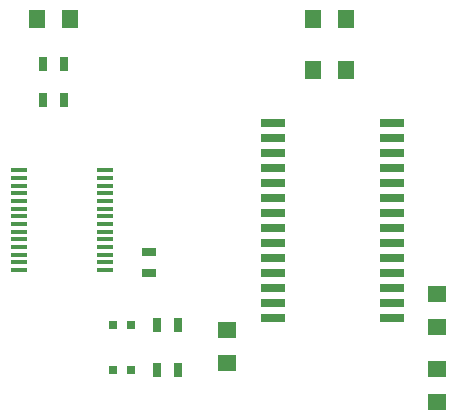
<source format=gtp>
G75*
G70*
%OFA0B0*%
%FSLAX24Y24*%
%IPPOS*%
%LPD*%
%AMOC8*
5,1,8,0,0,1.08239X$1,22.5*
%
%ADD10R,0.0550X0.0137*%
%ADD11R,0.0472X0.0315*%
%ADD12R,0.0315X0.0472*%
%ADD13R,0.0551X0.0630*%
%ADD14R,0.0315X0.0315*%
%ADD15R,0.0800X0.0260*%
%ADD16R,0.0630X0.0551*%
D10*
X008234Y008437D03*
X008234Y008693D03*
X008234Y008949D03*
X008234Y009205D03*
X008234Y009461D03*
X008234Y009717D03*
X008234Y009973D03*
X008234Y010229D03*
X008234Y010485D03*
X008234Y010741D03*
X008234Y010996D03*
X008234Y011252D03*
X008234Y011508D03*
X008234Y011764D03*
X011112Y011764D03*
X011112Y011508D03*
X011112Y011252D03*
X011112Y010996D03*
X011112Y010741D03*
X011112Y010485D03*
X011112Y010229D03*
X011112Y009973D03*
X011112Y009717D03*
X011112Y009461D03*
X011112Y009205D03*
X011112Y008949D03*
X011112Y008693D03*
X011112Y008437D03*
D11*
X012573Y008346D03*
X012573Y009055D03*
D12*
X012819Y006601D03*
X013527Y006601D03*
X013527Y005101D03*
X012819Y005101D03*
X009727Y014101D03*
X009019Y014101D03*
X009019Y015301D03*
X009727Y015301D03*
D13*
X009924Y016801D03*
X008822Y016801D03*
X018022Y016801D03*
X019124Y016801D03*
X019124Y015101D03*
X018022Y015101D03*
D14*
X011378Y005101D03*
X011968Y005101D03*
X011968Y006601D03*
X011378Y006601D03*
D15*
X016693Y006851D03*
X016693Y007351D03*
X016693Y007851D03*
X016693Y008351D03*
X016693Y008851D03*
X016693Y009351D03*
X016693Y009851D03*
X016693Y010351D03*
X016693Y010851D03*
X016693Y011351D03*
X016693Y011851D03*
X016693Y012351D03*
X016693Y012851D03*
X016693Y013351D03*
X020653Y013351D03*
X020653Y012851D03*
X020653Y012351D03*
X020653Y011851D03*
X020653Y011351D03*
X020653Y010851D03*
X020653Y010351D03*
X020653Y009851D03*
X020653Y009351D03*
X020653Y008851D03*
X020653Y008351D03*
X020653Y007851D03*
X020653Y007351D03*
X020653Y006851D03*
D16*
X022173Y006550D03*
X022173Y007652D03*
X022173Y005152D03*
X022173Y004050D03*
X015173Y005350D03*
X015173Y006452D03*
M02*

</source>
